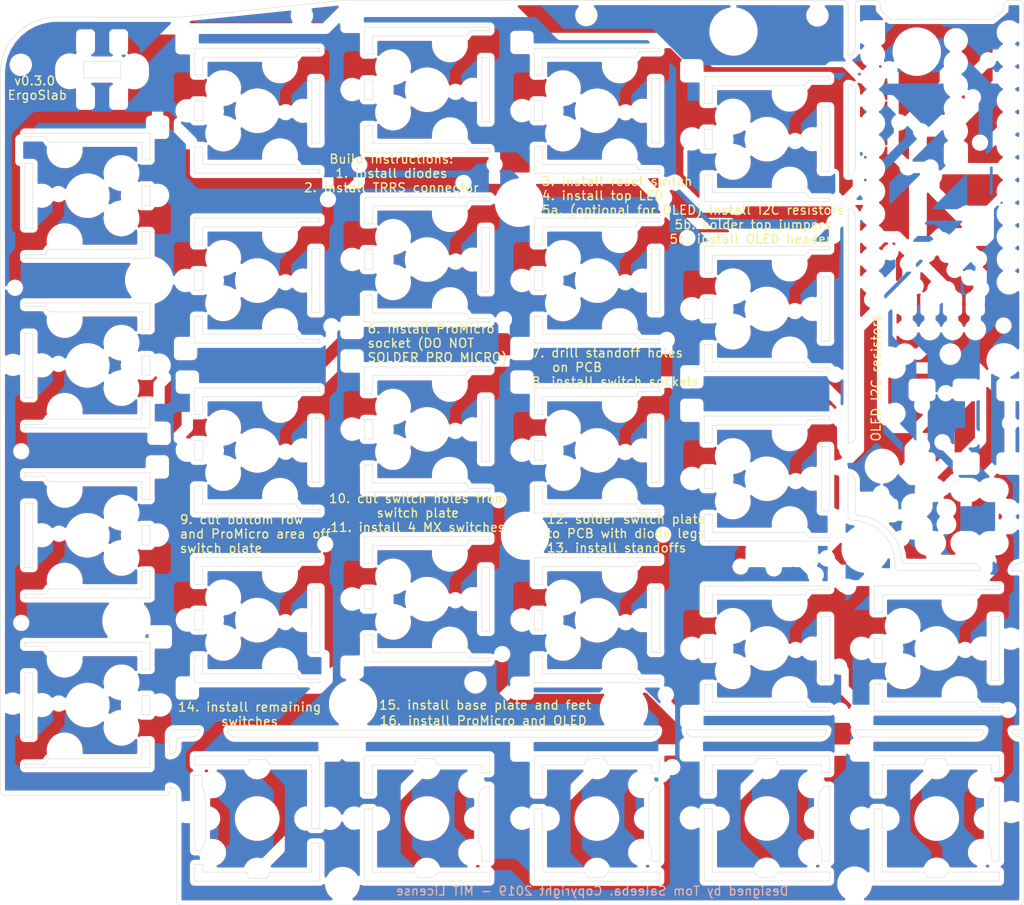
<source format=kicad_pcb>
(kicad_pcb (version 20171130) (host pcbnew 5.1.5)
  (title_block (title ErgoSlab) (rev 0.3.0) (company "By Tom Saleeba") (comment 1 "MIT License"))
  (layers (0 F.Cu signal) (31 B.Cu signal) (34 B.Paste user) (35 F.Paste user) (36 B.SilkS user) (37 F.SilkS user) (38 B.Mask user) (39 F.Mask user) (44 Edge.Cuts user))
  (net 0 "")
  (gr_line (start 100.295 142.45) (end 99.995 141.75) (layer Edge.Cuts) (width 0.05))
  (gr_line (start 107.295 136.85) (end 107.295 129.75) (layer Edge.Cuts) (width 0.05))
  (gr_line (start 108.19 136.85) (end 107.295 136.85) (layer Edge.Cuts) (width 0.05))
  (gr_line (start 99.995 129.75) (end 94.19 129.75) (layer Edge.Cuts) (width 0.05))
  (gr_line (start 100.395 129.15) (end 99.995 129.75) (layer Edge.Cuts) (width 0.05))
  (gr_line (start 94.19 140.88) (end 94.19 142.75) (layer Edge.Cuts) (width 0.05))
  (gr_line (start 94.19 140.88) (end 95.095 140.88) (layer Edge.Cuts) (width 0.05))
  (gr_line (start 102.595 141.75) (end 102.295 142.45) (layer Edge.Cuts) (width 0.05))
  (gr_line (start 95.395 133) (end 95.395 138.5) (layer Edge.Cuts) (width 0.05))
  (gr_line (start 95.095 141.75) (end 99.995 141.75) (layer Edge.Cuts) (width 0.05))
  (gr_line (start 94.19 142.75) (end 108.19 142.75) (layer Edge.Cuts) (width 0.05))
  (gr_line (start 108.19 136.85) (end 108.19 128.75) (layer Edge.Cuts) (width 0.05))
  (gr_line (start 102.595 129.75) (end 102.195 129.15) (layer Edge.Cuts) (width 0.05))
  (gr_line (start 94.19 128.75) (end 108.19 128.75) (layer Edge.Cuts) (width 0.05))
  (gr_line (start 95.055 130.95) (end 94.19 130.95) (layer Edge.Cuts) (width 0.05))
  (gr_line (start 107.295 141.75) (end 107.295 138.5) (layer Edge.Cuts) (width 0.05))
  (gr_line (start 102.295 142.45) (end 100.295 142.45) (layer Edge.Cuts) (width 0.05))
  (gr_line (start 95.055 130.95) (end 95.055 132.15) (layer Edge.Cuts) (width 0.05))
  (gr_line (start 94.19 128.75) (end 94.19 129.75) (layer Edge.Cuts) (width 0.05))
  (gr_line (start 94.19 139.35) (end 94.19 130.95) (layer Edge.Cuts) (width 0.05))
  (gr_line (start 94.805 139.35) (end 94.19 139.35) (layer Edge.Cuts) (width 0.05))
  (gr_line (start 102.595 141.75) (end 107.295 141.75) (layer Edge.Cuts) (width 0.05))
  (gr_line (start 108.19 138.5) (end 107.295 138.5) (layer Edge.Cuts) (width 0.05))
  (gr_line (start 95.095 141.75) (end 95.095 140.88) (layer Edge.Cuts) (width 0.05))
  (gr_line (start 95.055 132.15) (end 95.395 133) (layer Edge.Cuts) (width 0.05))
  (gr_line (start 108.19 138.5) (end 108.19 142.75) (layer Edge.Cuts) (width 0.05))
  (gr_line (start 107.295 129.75) (end 102.595 129.75) (layer Edge.Cuts) (width 0.05))
  (gr_line (start 94.805 139.35) (end 95.395 138.5) (layer Edge.Cuts) (width 0.05))
  (gr_line (start 102.195 129.15) (end 100.395 129.15) (layer Edge.Cuts) (width 0.05))
  (gr_line (start 127.19 142.75) (end 127.19 141.75) (layer Edge.Cuts) (width 0.05))
  (gr_line (start 127.19 142.75) (end 113.19 142.75) (layer Edge.Cuts) (width 0.05))
  (gr_line (start 126.325 140.55) (end 126.325 139.35) (layer Edge.Cuts) (width 0.05))
  (gr_line (start 126.575 132.15) (end 125.985 133) (layer Edge.Cuts) (width 0.05))
  (gr_line (start 113.19 134.65) (end 114.085 134.65) (layer Edge.Cuts) (width 0.05))
  (gr_line (start 114.085 129.75) (end 114.085 133) (layer Edge.Cuts) (width 0.05))
  (gr_line (start 126.285 129.75) (end 126.285 130.62) (layer Edge.Cuts) (width 0.05))
  (gr_line (start 114.085 134.65) (end 114.085 141.75) (layer Edge.Cuts) (width 0.05))
  (gr_line (start 119.185 142.35) (end 120.985 142.35) (layer Edge.Cuts) (width 0.05))
  (gr_line (start 126.325 140.55) (end 127.19 140.55) (layer Edge.Cuts) (width 0.05))
  (gr_line (start 126.325 139.35) (end 125.985 138.5) (layer Edge.Cuts) (width 0.05))
  (gr_line (start 127.19 132.15) (end 127.19 140.55) (layer Edge.Cuts) (width 0.05))
  (gr_line (start 126.285 129.75) (end 121.385 129.75) (layer Edge.Cuts) (width 0.05))
  (gr_line (start 125.985 138.5) (end 125.985 133) (layer Edge.Cuts) (width 0.05))
  (gr_line (start 118.785 141.75) (end 119.185 142.35) (layer Edge.Cuts) (width 0.05))
  (gr_line (start 120.985 142.35) (end 121.385 141.75) (layer Edge.Cuts) (width 0.05))
  (gr_line (start 113.19 134.65) (end 113.19 142.75) (layer Edge.Cuts) (width 0.05))
  (gr_line (start 127.19 128.75) (end 113.19 128.75) (layer Edge.Cuts) (width 0.05))
  (gr_line (start 126.575 132.15) (end 127.19 132.15) (layer Edge.Cuts) (width 0.05))
  (gr_line (start 118.785 129.75) (end 119.085 129.05) (layer Edge.Cuts) (width 0.05))
  (gr_line (start 113.19 133) (end 113.19 128.75) (layer Edge.Cuts) (width 0.05))
  (gr_line (start 118.785 129.75) (end 114.085 129.75) (layer Edge.Cuts) (width 0.05))
  (gr_line (start 119.085 129.05) (end 121.085 129.05) (layer Edge.Cuts) (width 0.05))
  (gr_line (start 113.19 133) (end 114.085 133) (layer Edge.Cuts) (width 0.05))
  (gr_line (start 127.19 130.62) (end 127.19 128.75) (layer Edge.Cuts) (width 0.05))
  (gr_line (start 121.385 141.75) (end 127.19 141.75) (layer Edge.Cuts) (width 0.05))
  (gr_line (start 121.085 129.05) (end 121.385 129.75) (layer Edge.Cuts) (width 0.05))
  (gr_line (start 114.085 141.75) (end 118.785 141.75) (layer Edge.Cuts) (width 0.05))
  (gr_line (start 127.19 130.62) (end 126.285 130.62) (layer Edge.Cuts) (width 0.05))
  (gr_line (start 133.085 141.75) (end 137.785 141.75) (layer Edge.Cuts) (width 0.05))
  (gr_line (start 137.785 129.75) (end 133.085 129.75) (layer Edge.Cuts) (width 0.05))
  (gr_line (start 132.19 134.65) (end 132.19 142.75) (layer Edge.Cuts) (width 0.05))
  (gr_line (start 133.085 129.75) (end 133.085 133) (layer Edge.Cuts) (width 0.05))
  (gr_line (start 138.185 142.35) (end 139.985 142.35) (layer Edge.Cuts) (width 0.05))
  (gr_line (start 145.325 140.55) (end 146.19 140.55) (layer Edge.Cuts) (width 0.05))
  (gr_line (start 137.785 141.75) (end 138.185 142.35) (layer Edge.Cuts) (width 0.05))
  (gr_line (start 145.325 140.55) (end 145.325 139.35) (layer Edge.Cuts) (width 0.05))
  (gr_line (start 139.985 142.35) (end 140.385 141.75) (layer Edge.Cuts) (width 0.05))
  (gr_line (start 140.385 141.75) (end 146.19 141.75) (layer Edge.Cuts) (width 0.05))
  (gr_line (start 144.985 138.5) (end 144.985 133) (layer Edge.Cuts) (width 0.05))
  (gr_line (start 132.19 133) (end 132.19 128.75) (layer Edge.Cuts) (width 0.05))
  (gr_line (start 146.19 128.75) (end 132.19 128.75) (layer Edge.Cuts) (width 0.05))
  (gr_line (start 146.19 142.75) (end 132.19 142.75) (layer Edge.Cuts) (width 0.05))
  (gr_line (start 140.085 129.05) (end 140.385 129.75) (layer Edge.Cuts) (width 0.05))
  (gr_line (start 145.285 129.75) (end 145.285 130.62) (layer Edge.Cuts) (width 0.05))
  (gr_line (start 145.575 132.15) (end 146.19 132.15) (layer Edge.Cuts) (width 0.05))
  (gr_line (start 145.575 132.15) (end 144.985 133) (layer Edge.Cuts) (width 0.05))
  (gr_line (start 138.085 129.05) (end 140.085 129.05) (layer Edge.Cuts) (width 0.05))
  (gr_line (start 133.085 134.65) (end 133.085 141.75) (layer Edge.Cuts) (width 0.05))
  (gr_line (start 146.19 132.15) (end 146.19 140.55) (layer Edge.Cuts) (width 0.05))
  (gr_line (start 132.19 134.65) (end 133.085 134.65) (layer Edge.Cuts) (width 0.05))
  (gr_line (start 145.325 139.35) (end 144.985 138.5) (layer Edge.Cuts) (width 0.05))
  (gr_line (start 146.19 130.62) (end 145.285 130.62) (layer Edge.Cuts) (width 0.05))
  (gr_line (start 146.19 130.62) (end 146.19 128.75) (layer Edge.Cuts) (width 0.05))
  (gr_line (start 132.19 133) (end 133.085 133) (layer Edge.Cuts) (width 0.05))
  (gr_line (start 137.785 129.75) (end 138.085 129.05) (layer Edge.Cuts) (width 0.05))
  (gr_line (start 146.19 142.75) (end 146.19 141.75) (layer Edge.Cuts) (width 0.05))
  (gr_line (start 145.285 129.75) (end 140.385 129.75) (layer Edge.Cuts) (width 0.05))
  (gr_line (start 175.795 129.74) (end 176.095 129.04) (layer Edge.Cuts) (width 0.05))
  (gr_line (start 176.095 129.04) (end 178.095 129.04) (layer Edge.Cuts) (width 0.05))
  (gr_line (start 170.2 132.99) (end 171.095 132.99) (layer Edge.Cuts) (width 0.05))
  (gr_line (start 171.095 141.74) (end 175.795 141.74) (layer Edge.Cuts) (width 0.05))
  (gr_line (start 177.995 142.34) (end 178.395 141.74) (layer Edge.Cuts) (width 0.05))
  (gr_line (start 170.2 134.64) (end 170.2 142.74) (layer Edge.Cuts) (width 0.05))
  (gr_line (start 184.2 128.74) (end 170.2 128.74) (layer Edge.Cuts) (width 0.05))
  (gr_line (start 171.095 134.64) (end 171.095 141.74) (layer Edge.Cuts) (width 0.05))
  (gr_line (start 184.2 142.74) (end 184.2 141.74) (layer Edge.Cuts) (width 0.05))
  (gr_line (start 184.2 130.61) (end 184.2 128.74) (layer Edge.Cuts) (width 0.05))
  (gr_line (start 170.2 132.99) (end 170.2 128.74) (layer Edge.Cuts) (width 0.05))
  (gr_line (start 184.2 130.61) (end 183.295 130.61) (layer Edge.Cuts) (width 0.05))
  (gr_line (start 183.295 129.74) (end 183.295 130.61) (layer Edge.Cuts) (width 0.05))
  (gr_line (start 183.335 139.34) (end 182.995 138.49) (layer Edge.Cuts) (width 0.05))
  (gr_line (start 175.795 141.74) (end 176.195 142.34) (layer Edge.Cuts) (width 0.05))
  (gr_line (start 182.995 138.49) (end 182.995 132.99) (layer Edge.Cuts) (width 0.05))
  (gr_line (start 183.585 132.14) (end 184.2 132.14) (layer Edge.Cuts) (width 0.05))
  (gr_line (start 176.195 142.34) (end 177.995 142.34) (layer Edge.Cuts) (width 0.05))
  (gr_line (start 184.2 142.74) (end 170.2 142.74) (layer Edge.Cuts) (width 0.05))
  (gr_line (start 170.2 134.64) (end 171.095 134.64) (layer Edge.Cuts) (width 0.05))
  (gr_line (start 183.295 129.74) (end 178.395 129.74) (layer Edge.Cuts) (width 0.05))
  (gr_line (start 183.585 132.14) (end 182.995 132.99) (layer Edge.Cuts) (width 0.05))
  (gr_line (start 171.095 129.74) (end 171.095 132.99) (layer Edge.Cuts) (width 0.05))
  (gr_line (start 184.2 132.14) (end 184.2 140.54) (layer Edge.Cuts) (width 0.05))
  (gr_line (start 183.335 140.54) (end 184.2 140.54) (layer Edge.Cuts) (width 0.05))
  (gr_line (start 183.335 140.54) (end 183.335 139.34) (layer Edge.Cuts) (width 0.05))
  (gr_line (start 178.395 141.74) (end 184.2 141.74) (layer Edge.Cuts) (width 0.05))
  (gr_line (start 175.795 129.74) (end 171.095 129.74) (layer Edge.Cuts) (width 0.05))
  (gr_line (start 178.095 129.04) (end 178.395 129.74) (layer Edge.Cuts) (width 0.05))
  (gr_line (start 88.3 121.955) (end 89.2 121.955) (layer Edge.Cuts) (width 0.05))
  (gr_line (start 77.5 129.655) (end 77.9 129.055) (layer Edge.Cuts) (width 0.05))
  (gr_line (start 76.1 126.655) (end 75.2 126.655) (layer Edge.Cuts) (width 0.05))
  (gr_line (start 89.2 119.055) (end 88.3 119.055) (layer Edge.Cuts) (width 0.05))
  (gr_line (start 77.5 129.655) (end 75.2 129.655) (layer Edge.Cuts) (width 0.05))
  (gr_line (start 88.3 124.155) (end 88.3 121.955) (layer Edge.Cuts) (width 0.05))
  (gr_line (start 75.2 116.06) (end 75.2 116.455) (layer Edge.Cuts) (width 0.05))
  (gr_line (start 75.2 116.06) (end 89.2 116.06) (layer Edge.Cuts) (width 0.05))
  (gr_line (start 89.2 124.155) (end 88.3 124.155) (layer Edge.Cuts) (width 0.05))
  (gr_line (start 89.2 127.055) (end 88.3 127.055) (layer Edge.Cuts) (width 0.05))
  (gr_line (start 89.2 121.955) (end 89.2 124.155) (layer Edge.Cuts) (width 0.05))
  (gr_line (start 76.1 119.455) (end 76.1 126.655) (layer Edge.Cuts) (width 0.05))
  (gr_line (start 88.3 117.055) (end 88.3 119.055) (layer Edge.Cuts) (width 0.05))
  (gr_line (start 75.2 130.05) (end 89.2 130.05) (layer Edge.Cuts) (width 0.05))
  (gr_line (start 75.2 116.455) (end 77.5 116.455) (layer Edge.Cuts) (width 0.05))
  (gr_line (start 76.1 119.455) (end 75.2 119.455) (layer Edge.Cuts) (width 0.05))
  (gr_line (start 89.2 127.055) (end 89.2 130.05) (layer Edge.Cuts) (width 0.05))
  (gr_line (start 89.2 119.055) (end 89.2 116.06) (layer Edge.Cuts) (width 0.05))
  (gr_line (start 75.2 126.655) (end 75.2 119.455) (layer Edge.Cuts) (width 0.05))
  (gr_line (start 75.2 130.05) (end 75.2 129.655) (layer Edge.Cuts) (width 0.05))
  (gr_line (start 77.5 116.455) (end 77.9 117.055) (layer Edge.Cuts) (width 0.05))
  (gr_line (start 88.3 117.055) (end 77.9 117.055) (layer Edge.Cuts) (width 0.05))
  (gr_line (start 77.9 129.055) (end 88.3 129.055) (layer Edge.Cuts) (width 0.05))
  (gr_line (start 88.3 129.055) (end 88.3 127.055) (layer Edge.Cuts) (width 0.05))
  (gr_line (start 77.5 110.655) (end 75.2 110.655) (layer Edge.Cuts) (width 0.05))
  (gr_line (start 75.2 97.06) (end 89.2 97.06) (layer Edge.Cuts) (width 0.05))
  (gr_line (start 77.5 97.455) (end 77.9 98.055) (layer Edge.Cuts) (width 0.05))
  (gr_line (start 88.3 98.055) (end 88.3 100.055) (layer Edge.Cuts) (width 0.05))
  (gr_line (start 89.2 100.055) (end 88.3 100.055) (layer Edge.Cuts) (width 0.05))
  (gr_line (start 75.2 97.455) (end 77.5 97.455) (layer Edge.Cuts) (width 0.05))
  (gr_line (start 88.3 105.155) (end 88.3 102.955) (layer Edge.Cuts) (width 0.05))
  (gr_line (start 75.2 97.06) (end 75.2 97.455) (layer Edge.Cuts) (width 0.05))
  (gr_line (start 89.2 108.055) (end 89.2 111.05) (layer Edge.Cuts) (width 0.05))
  (gr_line (start 89.2 102.955) (end 89.2 105.155) (layer Edge.Cuts) (width 0.05))
  (gr_line (start 88.3 102.955) (end 89.2 102.955) (layer Edge.Cuts) (width 0.05))
  (gr_line (start 76.1 100.455) (end 75.2 100.455) (layer Edge.Cuts) (width 0.05))
  (gr_line (start 88.3 110.055) (end 88.3 108.055) (layer Edge.Cuts) (width 0.05))
  (gr_line (start 75.2 111.05) (end 89.2 111.05) (layer Edge.Cuts) (width 0.05))
  (gr_line (start 75.2 111.05) (end 75.2 110.655) (layer Edge.Cuts) (width 0.05))
  (gr_line (start 76.1 107.655) (end 75.2 107.655) (layer Edge.Cuts) (width 0.05))
  (gr_line (start 75.2 107.655) (end 75.2 100.455) (layer Edge.Cuts) (width 0.05))
  (gr_line (start 88.3 98.055) (end 77.9 98.055) (layer Edge.Cuts) (width 0.05))
  (gr_line (start 89.2 105.155) (end 88.3 105.155) (layer Edge.Cuts) (width 0.05))
  (gr_line (start 77.5 110.655) (end 77.9 110.055) (layer Edge.Cuts) (width 0.05))
  (gr_line (start 77.9 110.055) (end 88.3 110.055) (layer Edge.Cuts) (width 0.05))
  (gr_line (start 76.1 100.455) (end 76.1 107.655) (layer Edge.Cuts) (width 0.05))
  (gr_line (start 89.2 108.055) (end 88.3 108.055) (layer Edge.Cuts) (width 0.05))
  (gr_line (start 89.2 100.055) (end 89.2 97.06) (layer Edge.Cuts) (width 0.05))
  (gr_line (start 75.2 78.445) (end 77.5 78.445) (layer Edge.Cuts) (width 0.05))
  (gr_line (start 77.5 91.645) (end 75.2 91.645) (layer Edge.Cuts) (width 0.05))
  (gr_line (start 89.2 81.045) (end 88.3 81.045) (layer Edge.Cuts) (width 0.05))
  (gr_line (start 77.5 78.445) (end 77.9 79.045) (layer Edge.Cuts) (width 0.05))
  (gr_line (start 88.3 86.145) (end 88.3 83.945) (layer Edge.Cuts) (width 0.05))
  (gr_line (start 88.3 79.045) (end 88.3 81.045) (layer Edge.Cuts) (width 0.05))
  (gr_line (start 76.1 81.445) (end 75.2 81.445) (layer Edge.Cuts) (width 0.05))
  (gr_line (start 75.2 78.05) (end 75.2 78.445) (layer Edge.Cuts) (width 0.05))
  (gr_line (start 89.2 89.045) (end 89.2 92.04) (layer Edge.Cuts) (width 0.05))
  (gr_line (start 75.2 88.645) (end 75.2 81.445) (layer Edge.Cuts) (width 0.05))
  (gr_line (start 77.5 91.645) (end 77.9 91.045) (layer Edge.Cuts) (width 0.05))
  (gr_line (start 76.1 88.645) (end 75.2 88.645) (layer Edge.Cuts) (width 0.05))
  (gr_line (start 89.2 86.145) (end 88.3 86.145) (layer Edge.Cuts) (width 0.05))
  (gr_line (start 88.3 79.045) (end 77.9 79.045) (layer Edge.Cuts) (width 0.05))
  (gr_line (start 76.1 81.445) (end 76.1 88.645) (layer Edge.Cuts) (width 0.05))
  (gr_line (start 77.9 91.045) (end 88.3 91.045) (layer Edge.Cuts) (width 0.05))
  (gr_line (start 88.3 91.045) (end 88.3 89.045) (layer Edge.Cuts) (width 0.05))
  (gr_line (start 88.3 83.945) (end 89.2 83.945) (layer Edge.Cuts) (width 0.05))
  (gr_line (start 75.2 92.04) (end 75.2 91.645) (layer Edge.Cuts) (width 0.05))
  (gr_line (start 75.2 92.04) (end 89.2 92.04) (layer Edge.Cuts) (width 0.05))
  (gr_line (start 89.2 89.045) (end 88.3 89.045) (layer Edge.Cuts) (width 0.05))
  (gr_line (start 89.2 81.045) (end 89.2 78.05) (layer Edge.Cuts) (width 0.05))
  (gr_line (start 75.2 78.05) (end 89.2 78.05) (layer Edge.Cuts) (width 0.05))
  (gr_line (start 89.2 83.945) (end 89.2 86.145) (layer Edge.Cuts) (width 0.05))
  (gr_line (start 89.2 67.155) (end 88.3 67.155) (layer Edge.Cuts) (width 0.05))
  (gr_line (start 88.3 67.155) (end 88.3 64.955) (layer Edge.Cuts) (width 0.05))
  (gr_line (start 75.2 73.05) (end 75.2 72.655) (layer Edge.Cuts) (width 0.05))
  (gr_line (start 75.2 59.06) (end 89.2 59.06) (layer Edge.Cuts) (width 0.05))
  (gr_line (start 77.5 72.655) (end 77.9 72.055) (layer Edge.Cuts) (width 0.05))
  (gr_line (start 77.9 72.055) (end 88.3 72.055) (layer Edge.Cuts) (width 0.05))
  (gr_line (start 75.2 59.455) (end 77.5 59.455) (layer Edge.Cuts) (width 0.05))
  (gr_line (start 75.2 59.06) (end 75.2 59.455) (layer Edge.Cuts) (width 0.05))
  (gr_line (start 75.2 73.05) (end 89.2 73.05) (layer Edge.Cuts) (width 0.05))
  (gr_line (start 89.2 62.055) (end 89.2 59.06) (layer Edge.Cuts) (width 0.05))
  (gr_line (start 77.5 59.455) (end 77.9 60.055) (layer Edge.Cuts) (width 0.05))
  (gr_line (start 77.5 72.655) (end 75.2 72.655) (layer Edge.Cuts) (width 0.05))
  (gr_line (start 76.1 69.655) (end 75.2 69.655) (layer Edge.Cuts) (width 0.05))
  (gr_line (start 89.2 64.955) (end 89.2 67.155) (layer Edge.Cuts) (width 0.05))
  (gr_line (start 76.1 62.455) (end 75.2 62.455) (layer Edge.Cuts) (width 0.05))
  (gr_line (start 89.2 70.055) (end 88.3 70.055) (layer Edge.Cuts) (width 0.05))
  (gr_line (start 88.3 72.055) (end 88.3 70.055) (layer Edge.Cuts) (width 0.05))
  (gr_line (start 76.1 62.455) (end 76.1 69.655) (layer Edge.Cuts) (width 0.05))
  (gr_line (start 75.2 69.655) (end 75.2 62.455) (layer Edge.Cuts) (width 0.05))
  (gr_line (start 88.3 60.055) (end 88.3 62.055) (layer Edge.Cuts) (width 0.05))
  (gr_line (start 89.2 70.055) (end 89.2 73.05) (layer Edge.Cuts) (width 0.05))
  (gr_line (start 88.3 60.055) (end 77.9 60.055) (layer Edge.Cuts) (width 0.05))
  (gr_line (start 88.3 64.955) (end 89.2 64.955) (layer Edge.Cuts) (width 0.05))
  (gr_line (start 89.2 62.055) (end 88.3 62.055) (layer Edge.Cuts) (width 0.05))
  (gr_line (start 105.9 63.145) (end 105.5 62.545) (layer Edge.Cuts) (width 0.05))
  (gr_line (start 94.2 52.545) (end 94.2 49.55) (layer Edge.Cuts) (width 0.05))
  (gr_line (start 107.3 60.145) (end 107.3 52.945) (layer Edge.Cuts) (width 0.05))
  (gr_line (start 95.1 57.645) (end 94.2 57.645) (layer Edge.Cuts) (width 0.05))
  (gr_line (start 108.2 52.945) (end 108.2 60.145) (layer Edge.Cuts) (width 0.05))
  (gr_line (start 94.2 52.545) (end 95.1 52.545) (layer Edge.Cuts) (width 0.05))
  (gr_line (start 108.2 49.55) (end 108.2 49.945) (layer Edge.Cuts) (width 0.05))
  (gr_line (start 105.5 50.545) (end 95.1 50.545) (layer Edge.Cuts) (width 0.05))
  (gr_line (start 108.2 49.55) (end 94.2 49.55) (layer Edge.Cuts) (width 0.05))
  (gr_line (start 105.9 49.945) (end 108.2 49.945) (layer Edge.Cuts) (width 0.05))
  (gr_line (start 94.2 60.545) (end 95.1 60.545) (layer Edge.Cuts) (width 0.05))
  (gr_line (start 95.1 62.545) (end 105.5 62.545) (layer Edge.Cuts) (width 0.05))
  (gr_line (start 95.1 62.545) (end 95.1 60.545) (layer Edge.Cuts) (width 0.05))
  (gr_line (start 94.2 57.645) (end 94.2 55.445) (layer Edge.Cuts) (width 0.05))
  (gr_line (start 95.1 50.545) (end 95.1 52.545) (layer Edge.Cuts) (width 0.05))
  (gr_line (start 94.2 55.445) (end 95.1 55.445) (layer Edge.Cuts) (width 0.05))
  (gr_line (start 108.2 63.145) (end 105.9 63.145) (layer Edge.Cuts) (width 0.05))
  (gr_line (start 95.1 55.445) (end 95.1 57.645) (layer Edge.Cuts) (width 0.05))
  (gr_line (start 108.2 63.54) (end 94.2 63.54) (layer Edge.Cuts) (width 0.05))
  (gr_line (start 105.9 49.945) (end 105.5 50.545) (layer Edge.Cuts) (width 0.05))
  (gr_line (start 107.3 52.945) (end 108.2 52.945) (layer Edge.Cuts) (width 0.05))
  (gr_line (start 108.2 63.54) (end 108.2 63.145) (layer Edge.Cuts) (width 0.05))
  (gr_line (start 94.2 60.545) (end 94.2 63.54) (layer Edge.Cuts) (width 0.05))
  (gr_line (start 107.3 60.145) (end 108.2 60.145) (layer Edge.Cuts) (width 0.05))
  (gr_line (start 105.9 82.145) (end 105.5 81.545) (layer Edge.Cuts) (width 0.05))
  (gr_line (start 94.2 74.445) (end 95.1 74.445) (layer Edge.Cuts) (width 0.05))
  (gr_line (start 108.2 71.945) (end 108.2 79.145) (layer Edge.Cuts) (width 0.05))
  (gr_line (start 94.2 71.545) (end 95.1 71.545) (layer Edge.Cuts) (width 0.05))
  (gr_line (start 108.2 82.145) (end 105.9 82.145) (layer Edge.Cuts) (width 0.05))
  (gr_line (start 107.3 79.145) (end 107.3 71.945) (layer Edge.Cuts) (width 0.05))
  (gr_line (start 95.1 81.545) (end 95.1 79.545) (layer Edge.Cuts) (width 0.05))
  (gr_line (start 94.2 79.545) (end 95.1 79.545) (layer Edge.Cuts) (width 0.05))
  (gr_line (start 94.2 71.545) (end 94.2 68.55) (layer Edge.Cuts) (width 0.05))
  (gr_line (start 108.2 68.55) (end 108.2 68.945) (layer Edge.Cuts) (width 0.05))
  (gr_line (start 94.2 79.545) (end 94.2 82.54) (layer Edge.Cuts) (width 0.05))
  (gr_line (start 95.1 69.545) (end 95.1 71.545) (layer Edge.Cuts) (width 0.05))
  (gr_line (start 105.9 68.945) (end 108.2 68.945) (layer Edge.Cuts) (width 0.05))
  (gr_line (start 108.2 82.54) (end 108.2 82.145) (layer Edge.Cuts) (width 0.05))
  (gr_line (start 94.2 76.645) (end 94.2 74.445) (layer Edge.Cuts) (width 0.05))
  (gr_line (start 108.2 68.55) (end 94.2 68.55) (layer Edge.Cuts) (width 0.05))
  (gr_line (start 107.3 71.945) (end 108.2 71.945) (layer Edge.Cuts) (width 0.05))
  (gr_line (start 107.3 79.145) (end 108.2 79.145) (layer Edge.Cuts) (width 0.05))
  (gr_line (start 105.5 69.545) (end 95.1 69.545) (layer Edge.Cuts) (width 0.05))
  (gr_line (start 108.2 82.54) (end 94.2 82.54) (layer Edge.Cuts) (width 0.05))
  (gr_line (start 95.1 81.545) (end 105.5 81.545) (layer Edge.Cuts) (width 0.05))
  (gr_line (start 95.1 76.645) (end 94.2 76.645) (layer Edge.Cuts) (width 0.05))
  (gr_line (start 95.1 74.445) (end 95.1 76.645) (layer Edge.Cuts) (width 0.05))
  (gr_line (start 105.9 68.945) (end 105.5 69.545) (layer Edge.Cuts) (width 0.05))
  (gr_line (start 127.2 69.595) (end 127.2 76.795) (layer Edge.Cuts) (width 0.05))
  (gr_line (start 124.9 66.595) (end 127.2 66.595) (layer Edge.Cuts) (width 0.05))
  (gr_line (start 114.1 72.095) (end 114.1 74.295) (layer Edge.Cuts) (width 0.05))
  (gr_line (start 113.2 69.195) (end 114.1 69.195) (layer Edge.Cuts) (width 0.05))
  (gr_line (start 114.1 67.195) (end 114.1 69.195) (layer Edge.Cuts) (width 0.05))
  (gr_line (start 113.2 72.095) (end 114.1 72.095) (layer Edge.Cuts) (width 0.05))
  (gr_line (start 126.3 76.795) (end 127.2 76.795) (layer Edge.Cuts) (width 0.05))
  (gr_line (start 113.2 77.195) (end 113.2 80.19) (layer Edge.Cuts) (width 0.05))
  (gr_line (start 114.1 79.195) (end 114.1 77.195) (layer Edge.Cuts) (width 0.05))
  (gr_line (start 127.2 79.795) (end 124.9 79.795) (layer Edge.Cuts) (width 0.05))
  (gr_line (start 126.3 69.595) (end 127.2 69.595) (layer Edge.Cuts) (width 0.05))
  (gr_line (start 127.2 66.2) (end 113.2 66.2) (layer Edge.Cuts) (width 0.05))
  (gr_line (start 127.2 80.19) (end 127.2 79.795) (layer Edge.Cuts) (width 0.05))
  (gr_line (start 127.2 66.2) (end 127.2 66.595) (layer Edge.Cuts) (width 0.05))
  (gr_line (start 124.9 66.595) (end 124.5 67.195) (layer Edge.Cuts) (width 0.05))
  (gr_line (start 114.1 79.195) (end 124.5 79.195) (layer Edge.Cuts) (width 0.05))
  (gr_line (start 113.2 69.195) (end 113.2 66.2) (layer Edge.Cuts) (width 0.05))
  (gr_line (start 113.2 77.195) (end 114.1 77.195) (layer Edge.Cuts) (width 0.05))
  (gr_line (start 124.5 67.195) (end 114.1 67.195) (layer Edge.Cuts) (width 0.05))
  (gr_line (start 114.1 74.295) (end 113.2 74.295) (layer Edge.Cuts) (width 0.05))
  (gr_line (start 126.3 76.795) (end 126.3 69.595) (layer Edge.Cuts) (width 0.05))
  (gr_line (start 124.9 79.795) (end 124.5 79.195) (layer Edge.Cuts) (width 0.05))
  (gr_line (start 113.2 74.295) (end 113.2 72.095) (layer Edge.Cuts) (width 0.05))
  (gr_line (start 127.2 80.19) (end 113.2 80.19) (layer Edge.Cuts) (width 0.05))
  (gr_line (start 146.2 82.54) (end 132.2 82.54) (layer Edge.Cuts) (width 0.05))
  (gr_line (start 146.2 68.55) (end 132.2 68.55) (layer Edge.Cuts) (width 0.05))
  (gr_line (start 145.3 79.145) (end 146.2 79.145) (layer Edge.Cuts) (width 0.05))
  (gr_line (start 145.3 71.945) (end 146.2 71.945) (layer Edge.Cuts) (width 0.05))
  (gr_line (start 133.1 76.645) (end 132.2 76.645) (layer Edge.Cuts) (width 0.05))
  (gr_line (start 133.1 81.545) (end 133.1 79.545) (layer Edge.Cuts) (width 0.05))
  (gr_line (start 132.2 79.545) (end 132.2 82.54) (layer Edge.Cuts) (width 0.05))
  (gr_line (start 146.2 82.54) (end 146.2 82.145) (layer Edge.Cuts) (width 0.05))
  (gr_line (start 143.5 69.545) (end 133.1 69.545) (layer Edge.Cuts) (width 0.05))
  (gr_line (start 133.1 74.445) (end 133.1 76.645) (layer Edge.Cuts) (width 0.05))
  (gr_line (start 133.1 69.545) (end 133.1 71.545) (layer Edge.Cuts) (width 0.05))
  (gr_line (start 133.1 81.545) (end 143.5 81.545) (layer Edge.Cuts) (width 0.05))
  (gr_line (start 146.2 82.145) (end 143.9 82.145) (layer Edge.Cuts) (width 0.05))
  (gr_line (start 143.9 82.145) (end 143.5 81.545) (layer Edge.Cuts) (width 0.05))
  (gr_line (start 146.2 71.945) (end 146.2 79.145) (layer Edge.Cuts) (width 0.05))
  (gr_line (start 143.9 68.945) (end 143.5 69.545) (layer Edge.Cuts) (width 0.05))
  (gr_line (start 132.2 71.545) (end 132.2 68.55) (layer Edge.Cuts) (width 0.05))
  (gr_line (start 132.2 76.645) (end 132.2 74.445) (layer Edge.Cuts) (width 0.05))
  (gr_line (start 132.2 79.545) (end 133.1 79.545) (layer Edge.Cuts) (width 0.05))
  (gr_line (start 145.3 79.145) (end 145.3 71.945) (layer Edge.Cuts) (width 0.05))
  (gr_line (start 132.2 71.545) (end 133.1 71.545) (layer Edge.Cuts) (width 0.05))
  (gr_line (start 146.2 68.55) (end 146.2 68.945) (layer Edge.Cuts) (width 0.05))
  (gr_line (start 132.2 74.445) (end 133.1 74.445) (layer Edge.Cuts) (width 0.05))
  (gr_line (start 143.9 68.945) (end 146.2 68.945) (layer Edge.Cuts) (width 0.05))
  (gr_line (start 127.2 60.795) (end 124.9 60.795) (layer Edge.Cuts) (width 0.05))
  (gr_line (start 113.2 53.095) (end 114.1 53.095) (layer Edge.Cuts) (width 0.05))
  (gr_line (start 126.3 57.795) (end 126.3 50.595) (layer Edge.Cuts) (width 0.05))
  (gr_line (start 114.1 55.295) (end 113.2 55.295) (layer Edge.Cuts) (width 0.05))
  (gr_line (start 124.9 47.595) (end 127.2 47.595) (layer Edge.Cuts) (width 0.05))
  (gr_line (start 126.3 57.795) (end 127.2 57.795) (layer Edge.Cuts) (width 0.05))
  (gr_line (start 127.2 47.2) (end 113.2 47.2) (layer Edge.Cuts) (width 0.05))
  (gr_line (start 127.2 61.19) (end 127.2 60.795) (layer Edge.Cuts) (width 0.05))
  (gr_line (start 127.2 61.19) (end 113.2 61.19) (layer Edge.Cuts) (width 0.05))
  (gr_line (start 113.2 58.195) (end 114.1 58.195) (layer Edge.Cuts) (width 0.05))
  (gr_line (start 114.1 60.195) (end 114.1 58.195) (layer Edge.Cuts) (width 0.05))
  (gr_line (start 114.1 53.095) (end 114.1 55.295) (layer Edge.Cuts) (width 0.05))
  (gr_line (start 113.2 50.195) (end 113.2 47.2) (layer Edge.Cuts) (width 0.05))
  (gr_line (start 113.2 50.195) (end 114.1 50.195) (layer Edge.Cuts) (width 0.05))
  (gr_line (start 124.5 48.195) (end 114.1 48.195) (layer Edge.Cuts) (width 0.05))
  (gr_line (start 127.2 47.2) (end 127.2 47.595) (layer Edge.Cuts) (width 0.05))
  (gr_line (start 127.2 50.595) (end 127.2 57.795) (layer Edge.Cuts) (width 0.05))
  (gr_line (start 114.1 48.195) (end 114.1 50.195) (layer Edge.Cuts) (width 0.05))
  (gr_line (start 126.3 50.595) (end 127.2 50.595) (layer Edge.Cuts) (width 0.05))
  (gr_line (start 124.9 47.595) (end 124.5 48.195) (layer Edge.Cuts) (width 0.05))
  (gr_line (start 113.2 58.195) (end 113.2 61.19) (layer Edge.Cuts) (width 0.05))
  (gr_line (start 114.1 60.195) (end 124.5 60.195) (layer Edge.Cuts) (width 0.05))
  (gr_line (start 124.9 60.795) (end 124.5 60.195) (layer Edge.Cuts) (width 0.05))
  (gr_line (start 113.2 55.295) (end 113.2 53.095) (layer Edge.Cuts) (width 0.05))
  (gr_line (start 133.1 57.645) (end 132.2 57.645) (layer Edge.Cuts) (width 0.05))
  (gr_line (start 145.3 60.145) (end 146.2 60.145) (layer Edge.Cuts) (width 0.05))
  (gr_line (start 133.1 55.445) (end 133.1 57.645) (layer Edge.Cuts) (width 0.05))
  (gr_line (start 143.9 49.945) (end 146.2 49.945) (layer Edge.Cuts) (width 0.05))
  (gr_line (start 143.9 49.945) (end 143.5 50.545) (layer Edge.Cuts) (width 0.05))
  (gr_line (start 146.2 63.54) (end 132.2 63.54) (layer Edge.Cuts) (width 0.05))
  (gr_line (start 133.1 50.545) (end 133.1 52.545) (layer Edge.Cuts) (width 0.05))
  (gr_line (start 143.5 50.545) (end 133.1 50.545) (layer Edge.Cuts) (width 0.05))
  (gr_line (start 132.2 60.545) (end 132.2 63.54) (layer Edge.Cuts) (width 0.05))
  (gr_line (start 133.1 62.545) (end 133.1 60.545) (layer Edge.Cuts) (width 0.05))
  (gr_line (start 146.2 52.945) (end 146.2 60.145) (layer Edge.Cuts) (width 0.05))
  (gr_line (start 143.9 63.145) (end 143.5 62.545) (layer Edge.Cuts) (width 0.05))
  (gr_line (start 145.3 60.145) (end 145.3 52.945) (layer Edge.Cuts) (width 0.05))
  (gr_line (start 146.2 63.145) (end 143.9 63.145) (layer Edge.Cuts) (width 0.05))
  (gr_line (start 132.2 52.545) (end 133.1 52.545) (layer Edge.Cuts) (width 0.05))
  (gr_line (start 133.1 62.545) (end 143.5 62.545) (layer Edge.Cuts) (width 0.05))
  (gr_line (start 145.3 52.945) (end 146.2 52.945) (layer Edge.Cuts) (width 0.05))
  (gr_line (start 132.2 57.645) (end 132.2 55.445) (layer Edge.Cuts) (width 0.05))
  (gr_line (start 132.2 52.545) (end 132.2 49.55) (layer Edge.Cuts) (width 0.05))
  (gr_line (start 146.2 49.55) (end 146.2 49.945) (layer Edge.Cuts) (width 0.05))
  (gr_line (start 146.2 63.54) (end 146.2 63.145) (layer Edge.Cuts) (width 0.05))
  (gr_line (start 146.2 49.55) (end 132.2 49.55) (layer Edge.Cuts) (width 0.05))
  (gr_line (start 132.2 55.445) (end 133.1 55.445) (layer Edge.Cuts) (width 0.05))
  (gr_line (start 132.2 60.545) (end 133.1 60.545) (layer Edge.Cuts) (width 0.05))
  (gr_line (start 165.2 66.71) (end 151.2 66.71) (layer Edge.Cuts) (width 0.05))
  (gr_line (start 151.2 58.615) (end 152.1 58.615) (layer Edge.Cuts) (width 0.05))
  (gr_line (start 162.9 53.115) (end 165.2 53.115) (layer Edge.Cuts) (width 0.05))
  (gr_line (start 164.3 56.115) (end 165.2 56.115) (layer Edge.Cuts) (width 0.05))
  (gr_line (start 164.3 63.315) (end 164.3 56.115) (layer Edge.Cuts) (width 0.05))
  (gr_line (start 152.1 60.815) (end 151.2 60.815) (layer Edge.Cuts) (width 0.05))
  (gr_line (start 162.5 53.715) (end 152.1 53.715) (layer Edge.Cuts) (width 0.05))
  (gr_line (start 152.1 65.715) (end 162.5 65.715) (layer Edge.Cuts) (width 0.05))
  (gr_line (start 164.3 63.315) (end 165.2 63.315) (layer Edge.Cuts) (width 0.05))
  (gr_line (start 151.2 63.715) (end 151.2 66.71) (layer Edge.Cuts) (width 0.05))
  (gr_line (start 165.2 52.72) (end 151.2 52.72) (layer Edge.Cuts) (width 0.05))
  (gr_line (start 162.9 53.115) (end 162.5 53.715) (layer Edge.Cuts) (width 0.05))
  (gr_line (start 152.1 53.715) (end 152.1 55.715) (layer Edge.Cuts) (width 0.05))
  (gr_line (start 152.1 58.615) (end 152.1 60.815) (layer Edge.Cuts) (width 0.05))
  (gr_line (start 165.2 52.72) (end 165.2 53.115) (layer Edge.Cuts) (width 0.05))
  (gr_line (start 151.2 60.815) (end 151.2 58.615) (layer Edge.Cuts) (width 0.05))
  (gr_line (start 162.9 66.315) (end 162.5 65.715) (layer Edge.Cuts) (width 0.05))
  (gr_line (start 165.2 56.115) (end 165.2 63.315) (layer Edge.Cuts) (width 0.05))
  (gr_line (start 151.2 63.715) (end 152.1 63.715) (layer Edge.Cuts) (width 0.05))
  (gr_line (start 152.1 65.715) (end 152.1 63.715) (layer Edge.Cuts) (width 0.05))
  (gr_line (start 165.2 66.71) (end 165.2 66.315) (layer Edge.Cuts) (width 0.05))
  (gr_line (start 165.2 66.315) (end 162.9 66.315) (layer Edge.Cuts) (width 0.05))
  (gr_line (start 151.2 55.715) (end 151.2 52.72) (layer Edge.Cuts) (width 0.05))
  (gr_line (start 151.2 55.715) (end 152.1 55.715) (layer Edge.Cuts) (width 0.05))
  (gr_line (start 165.2 85.71) (end 165.2 85.315) (layer Edge.Cuts) (width 0.05))
  (gr_line (start 152.1 72.715) (end 152.1 74.715) (layer Edge.Cuts) (width 0.05))
  (gr_line (start 152.1 84.715) (end 152.1 82.715) (layer Edge.Cuts) (width 0.05))
  (gr_line (start 151.2 77.615) (end 152.1 77.615) (layer Edge.Cuts) (width 0.05))
  (gr_line (start 152.1 84.715) (end 162.5 84.715) (layer Edge.Cuts) (width 0.05))
  (gr_line (start 151.2 82.715) (end 151.2 85.71) (layer Edge.Cuts) (width 0.05))
  (gr_line (start 151.2 74.715) (end 151.2 71.72) (layer Edge.Cuts) (width 0.05))
  (gr_line (start 152.1 79.815) (end 151.2 79.815) (layer Edge.Cuts) (width 0.05))
  (gr_line (start 165.2 71.72) (end 151.2 71.72) (layer Edge.Cuts) (width 0.05))
  (gr_line (start 165.2 85.71) (end 151.2 85.71) (layer Edge.Cuts) (width 0.05))
  (gr_line (start 151.2 82.715) (end 152.1 82.715) (layer Edge.Cuts) (width 0.05))
  (gr_line (start 162.9 72.115) (end 165.2 72.115) (layer Edge.Cuts) (width 0.05))
  (gr_line (start 162.5 72.715) (end 152.1 72.715) (layer Edge.Cuts) (width 0.05))
  (gr_line (start 164.3 82.315) (end 165.2 82.315) (layer Edge.Cuts) (width 0.05))
  (gr_line (start 164.3 82.315) (end 164.3 75.115) (layer Edge.Cuts) (width 0.05))
  (gr_line (start 151.2 79.815) (end 151.2 77.615) (layer Edge.Cuts) (width 0.05))
  (gr_line (start 165.2 85.315) (end 162.9 85.315) (layer Edge.Cuts) (width 0.05))
  (gr_line (start 165.2 75.115) (end 165.2 82.315) (layer Edge.Cuts) (width 0.05))
  (gr_line (start 152.1 77.615) (end 152.1 79.815) (layer Edge.Cuts) (width 0.05))
  (gr_line (start 164.3 75.115) (end 165.2 75.115) (layer Edge.Cuts) (width 0.05))
  (gr_line (start 162.9 85.315) (end 162.5 84.715) (layer Edge.Cuts) (width 0.05))
  (gr_line (start 151.2 74.715) (end 152.1 74.715) (layer Edge.Cuts) (width 0.05))
  (gr_line (start 162.9 72.115) (end 162.5 72.715) (layer Edge.Cuts) (width 0.05))
  (gr_line (start 165.2 71.72) (end 165.2 72.115) (layer Edge.Cuts) (width 0.05))
  (gr_line (start 152.1 98.815) (end 151.2 98.815) (layer Edge.Cuts) (width 0.05))
  (gr_line (start 164.3 94.115) (end 165.2 94.115) (layer Edge.Cuts) (width 0.05))
  (gr_line (start 162.9 104.315) (end 162.5 103.715) (layer Edge.Cuts) (width 0.05))
  (gr_line (start 162.9 91.115) (end 162.5 91.715) (layer Edge.Cuts) (width 0.05))
  (gr_line (start 165.2 104.71) (end 151.2 104.71) (layer Edge.Cuts) (width 0.05))
  (gr_line (start 165.2 94.115) (end 165.2 101.315) (layer Edge.Cuts) (width 0.05))
  (gr_line (start 151.2 96.615) (end 152.1 96.615) (layer Edge.Cuts) (width 0.05))
  (gr_line (start 165.2 90.72) (end 151.2 90.72) (layer Edge.Cuts) (width 0.05))
  (gr_line (start 152.1 91.715) (end 152.1 93.715) (layer Edge.Cuts) (width 0.05))
  (gr_line (start 164.3 101.315) (end 164.3 94.115) (layer Edge.Cuts) (width 0.05))
  (gr_line (start 151.2 98.815) (end 151.2 96.615) (layer Edge.Cuts) (width 0.05))
  (gr_line (start 162.5 91.715) (end 152.1 91.715) (layer Edge.Cuts) (width 0.05))
  (gr_line (start 151.2 101.715) (end 152.1 101.715) (layer Edge.Cuts) (width 0.05))
  (gr_line (start 152.1 103.715) (end 152.1 101.715) (layer Edge.Cuts) (width 0.05))
  (gr_line (start 162.9 91.115) (end 165.2 91.115) (layer Edge.Cuts) (width 0.05))
  (gr_line (start 152.1 103.715) (end 162.5 103.715) (layer Edge.Cuts) (width 0.05))
  (gr_line (start 152.1 96.615) (end 152.1 98.815) (layer Edge.Cuts) (width 0.05))
  (gr_line (start 151.2 93.715) (end 152.1 93.715) (layer Edge.Cuts) (width 0.05))
  (gr_line (start 151.2 101.715) (end 151.2 104.71) (layer Edge.Cuts) (width 0.05))
  (gr_line (start 165.2 104.315) (end 162.9 104.315) (layer Edge.Cuts) (width 0.05))
  (gr_line (start 165.2 90.72) (end 165.2 91.115) (layer Edge.Cuts) (width 0.05))
  (gr_line (start 165.2 104.71) (end 165.2 104.315) (layer Edge.Cuts) (width 0.05))
  (gr_line (start 164.3 101.315) (end 165.2 101.315) (layer Edge.Cuts) (width 0.05))
  (gr_line (start 151.2 93.715) (end 151.2 90.72) (layer Edge.Cuts) (width 0.05))
  (gr_line (start 146.2 87.55) (end 132.2 87.55) (layer Edge.Cuts) (width 0.05))
  (gr_line (start 133.1 93.445) (end 133.1 95.645) (layer Edge.Cuts) (width 0.05))
  (gr_line (start 146.2 90.945) (end 146.2 98.145) (layer Edge.Cuts) (width 0.05))
  (gr_line (start 143.5 88.545) (end 133.1 88.545) (layer Edge.Cuts) (width 0.05))
  (gr_line (start 146.2 87.55) (end 146.2 87.945) (layer Edge.Cuts) (width 0.05))
  (gr_line (start 145.3 98.145) (end 145.3 90.945) (layer Edge.Cuts) (width 0.05))
  (gr_line (start 132.2 98.545) (end 132.2 101.54) (layer Edge.Cuts) (width 0.05))
  (gr_line (start 132.2 95.645) (end 132.2 93.445) (layer Edge.Cuts) (width 0.05))
  (gr_line (start 133.1 100.545) (end 133.1 98.545) (layer Edge.Cuts) (width 0.05))
  (gr_line (start 133.1 88.545) (end 133.1 90.545) (layer Edge.Cuts) (width 0.05))
  (gr_line (start 146.2 101.54) (end 146.2 101.145) (layer Edge.Cuts) (width 0.05))
  (gr_line (start 132.2 93.445) (end 133.1 93.445) (layer Edge.Cuts) (width 0.05))
  (gr_line (start 143.9 87.945) (end 143.5 88.545) (layer Edge.Cuts) (width 0.05))
  (gr_line (start 133.1 100.545) (end 143.5 100.545) (layer Edge.Cuts) (width 0.05))
  (gr_line (start 146.2 101.145) (end 143.9 101.145) (layer Edge.Cuts) (width 0.05))
  (gr_line (start 145.3 90.945) (end 146.2 90.945) (layer Edge.Cuts) (width 0.05))
  (gr_line (start 132.2 90.545) (end 133.1 90.545) (layer Edge.Cuts) (width 0.05))
  (gr_line (start 145.3 98.145) (end 146.2 98.145) (layer Edge.Cuts) (width 0.05))
  (gr_line (start 143.9 87.945) (end 146.2 87.945) (layer Edge.Cuts) (width 0.05))
  (gr_line (start 143.9 101.145) (end 143.5 100.545) (layer Edge.Cuts) (width 0.05))
  (gr_line (start 132.2 90.545) (end 132.2 87.55) (layer Edge.Cuts) (width 0.05))
  (gr_line (start 146.2 101.54) (end 132.2 101.54) (layer Edge.Cuts) (width 0.05))
  (gr_line (start 133.1 95.645) (end 132.2 95.645) (layer Edge.Cuts) (width 0.05))
  (gr_line (start 132.2 98.545) (end 133.1 98.545) (layer Edge.Cuts) (width 0.05))
  (gr_line (start 114.1 98.195) (end 114.1 96.195) (layer Edge.Cuts) (width 0.05))
  (gr_line (start 126.3 88.595) (end 127.2 88.595) (layer Edge.Cuts) (width 0.05))
  (gr_line (start 127.2 98.795) (end 124.9 98.795) (layer Edge.Cuts) (width 0.05))
  (gr_line (start 124.9 85.595) (end 124.5 86.195) (layer Edge.Cuts) (width 0.05))
  (gr_line (start 114.1 98.195) (end 124.5 98.195) (layer Edge.Cuts) (width 0.05))
  (gr_line (start 113.2 93.295) (end 113.2 91.095) (layer Edge.Cuts) (width 0.05))
  (gr_line (start 113.2 96.195) (end 114.1 96.195) (layer Edge.Cuts) (width 0.05))
  (gr_line (start 114.1 93.295) (end 113.2 93.295) (layer Edge.Cuts) (width 0.05))
  (gr_line (start 113.2 88.195) (end 114.1 88.195) (layer Edge.Cuts) (width 0.05))
  (gr_line (start 127.2 85.2) (end 127.2 85.595) (layer Edge.Cuts) (width 0.05))
  (gr_line (start 127.2 99.19) (end 127.2 98.795) (layer Edge.Cuts) (width 0.05))
  (gr_line (start 124.9 85.595) (end 127.2 85.595) (layer Edge.Cuts) (width 0.05))
  (gr_line (start 113.2 88.195) (end 113.2 85.2) (layer Edge.Cuts) (width 0.05))
  (gr_line (start 124.9 98.795) (end 124.5 98.195) (layer Edge.Cuts) (width 0.05))
  (gr_line (start 127.2 85.2) (end 113.2 85.2) (layer Edge.Cuts) (width 0.05))
  (gr_line (start 114.1 86.195) (end 114.1 88.195) (layer Edge.Cuts) (width 0.05))
  (gr_line (start 127.2 99.19) (end 113.2 99.19) (layer Edge.Cuts) (width 0.05))
  (gr_line (start 114.1 91.095) (end 114.1 93.295) (layer Edge.Cuts) (width 0.05))
  (gr_line (start 113.2 91.095) (end 114.1 91.095) (layer Edge.Cuts) (width 0.05))
  (gr_line (start 126.3 95.795) (end 127.2 95.795) (layer Edge.Cuts) (width 0.05))
  (gr_line (start 124.5 86.195) (end 114.1 86.195) (layer Edge.Cuts) (width 0.05))
  (gr_line (start 127.2 88.595) (end 127.2 95.795) (layer Edge.Cuts) (width 0.05))
  (gr_line (start 113.2 96.195) (end 113.2 99.19) (layer Edge.Cuts) (width 0.05))
  (gr_line (start 126.3 95.795) (end 126.3 88.595) (layer Edge.Cuts) (width 0.05))
  (gr_line (start 94.2 98.545) (end 95.1 98.545) (layer Edge.Cuts) (width 0.05))
  (gr_line (start 108.2 87.55) (end 108.2 87.945) (layer Edge.Cuts) (width 0.05))
  (gr_line (start 94.2 98.545) (end 94.2 101.54) (layer Edge.Cuts) (width 0.05))
  (gr_line (start 107.3 98.145) (end 107.3 90.945) (layer Edge.Cuts) (width 0.05))
  (gr_line (start 105.9 87.945) (end 108.2 87.945) (layer Edge.Cuts) (width 0.05))
  (gr_line (start 108.2 101.145) (end 105.9 101.145) (layer Edge.Cuts) (width 0.05))
  (gr_line (start 95.1 93.445) (end 95.1 95.645) (layer Edge.Cuts) (width 0.05))
  (gr_line (start 107.3 90.945) (end 108.2 90.945) (layer Edge.Cuts) (width 0.05))
  (gr_line (start 105.9 87.945) (end 105.5 88.545) (layer Edge.Cuts) (width 0.05))
  (gr_line (start 108.2 101.54) (end 108.2 101.145) (layer Edge.Cuts) (width 0.05))
  (gr_line (start 95.1 100.545) (end 105.5 100.545) (layer Edge.Cuts) (width 0.05))
  (gr_line (start 94.2 95.645) (end 94.2 93.445) (layer Edge.Cuts) (width 0.05))
  (gr_line (start 108.2 101.54) (end 94.2 101.54) (layer Edge.Cuts) (width 0.05))
  (gr_line (start 108.2 90.945) (end 108.2 98.145) (layer Edge.Cuts) (width 0.05))
  (gr_line (start 108.2 87.55) (end 94.2 87.55) (layer Edge.Cuts) (width 0.05))
  (gr_line (start 94.2 90.545) (end 95.1 90.545) (layer Edge.Cuts) (width 0.05))
  (gr_line (start 94.2 90.545) (end 94.2 87.55) (layer Edge.Cuts) (width 0.05))
  (gr_line (start 107.3 98.145) (end 108.2 98.145) (layer Edge.Cuts) (width 0.05))
  (gr_line (start 95.1 88.545) (end 95.1 90.545) (layer Edge.Cuts) (width 0.05))
  (gr_line (start 94.2 93.445) (end 95.1 93.445) (layer Edge.Cuts) (width 0.05))
  (gr_line (start 105.5 88.545) (end 95.1 88.545) (layer Edge.Cuts) (width 0.05))
  (gr_line (start 95.1 95.645) (end 94.2 95.645) (layer Edge.Cuts) (width 0.05))
  (gr_line (start 105.9 101.145) (end 105.5 100.545) (layer Edge.Cuts) (width 0.05))
  (gr_line (start 95.1 100.545) (end 95.1 98.545) (layer Edge.Cuts) (width 0.05))
  (gr_line (start 95.1 112.445) (end 95.1 114.645) (layer Edge.Cuts) (width 0.05))
  (gr_line (start 108.2 106.55) (end 108.2 106.945) (layer Edge.Cuts) (width 0.05))
  (gr_line (start 94.2 109.545) (end 94.2 106.55) (layer Edge.Cuts) (width 0.05))
  (gr_line (start 95.1 114.645) (end 94.2 114.645) (layer Edge.Cuts) (width 0.05))
  (gr_line (start 105.9 120.145) (end 105.5 119.545) (layer Edge.Cuts) (width 0.05))
  (gr_line (start 107.3 109.945) (end 108.2 109.945) (layer Edge.Cuts) (width 0.05))
  (gr_line (start 108.2 106.55) (end 94.2 106.55) (layer Edge.Cuts) (width 0.05))
  (gr_line (start 94.2 109.545) (end 95.1 109.545) (layer Edge.Cuts) (width 0.05))
  (gr_line (start 105.9 106.945) (end 108.2 106.945) (layer Edge.Cuts) (width 0.05))
  (gr_line (start 108.2 109.945) (end 108.2 117.145) (layer Edge.Cuts) (width 0.05))
  (gr_line (start 94.2 117.545) (end 94.2 120.54) (layer Edge.Cuts) (width 0.05))
  (gr_line (start 107.3 117.145) (end 107.3 109.945) (layer Edge.Cuts) (width 0.05))
  (gr_line (start 108.2 120.54) (end 94.2 120.54) (layer Edge.Cuts) (width 0.05))
  (gr_line (start 94.2 117.545) (end 95.1 117.545) (layer Edge.Cuts) (width 0.05))
  (gr_line (start 107.3 117.145) (end 108.2 117.145) (layer Edge.Cuts) (width 0.05))
  (gr_line (start 95.1 119.545) (end 105.5 119.545) (layer Edge.Cuts) (width 0.05))
  (gr_line (start 94.2 114.645) (end 94.2 112.445) (layer Edge.Cuts) (width 0.05))
  (gr_line (start 94.2 112.445) (end 95.1 112.445) (layer Edge.Cuts) (width 0.05))
  (gr_line (start 95.1 119.545) (end 95.1 117.545) (layer Edge.Cuts) (width 0.05))
  (gr_line (start 108.2 120.145) (end 105.9 120.145) (layer Edge.Cuts) (width 0.05))
  (gr_line (start 105.5 107.545) (end 95.1 107.545) (layer Edge.Cuts) (width 0.05))
  (gr_line (start 105.9 106.945) (end 105.5 107.545) (layer Edge.Cuts) (width 0.05))
  (gr_line (start 108.2 120.54) (end 108.2 120.145) (layer Edge.Cuts) (width 0.05))
  (gr_line (start 95.1 107.545) (end 95.1 109.545) (layer Edge.Cuts) (width 0.05))
  (gr_line (start 113.2 110.095) (end 114.1 110.095) (layer Edge.Cuts) (width 0.05))
  (gr_line (start 126.3 107.595) (end 127.2 107.595) (layer Edge.Cuts) (width 0.05))
  (gr_line (start 126.3 114.795) (end 126.3 107.595) (layer Edge.Cuts) (width 0.05))
  (gr_line (start 114.1 117.195) (end 124.5 117.195) (layer Edge.Cuts) (width 0.05))
  (gr_line (start 127.2 104.2) (end 127.2 104.595) (layer Edge.Cuts) (width 0.05))
  (gr_line (start 126.3 114.795) (end 127.2 114.795) (layer Edge.Cuts) (width 0.05))
  (gr_line (start 124.9 117.795) (end 124.5 117.195) (layer Edge.Cuts) (width 0.05))
  (gr_line (start 127.2 104.2) (end 113.2 104.2) (layer Edge.Cuts) (width 0.05))
  (gr_line (start 113.2 107.195) (end 113.2 104.2) (layer Edge.Cuts) (width 0.05))
  (gr_line (start 124.9 104.595) (end 127.2 104.595) (layer Edge.Cuts) (width 0.05))
  (gr_line (start 124.9 104.595) (end 124.5 105.195) (layer Edge.Cuts) (width 0.05))
  (gr_line (start 114.1 117.195) (end 114.1 115.195) (layer Edge.Cuts) (width 0.05))
  (gr_line (start 127.2 118.19) (end 113.2 118.19) (layer Edge.Cuts) (width 0.05))
  (gr_line (start 113.2 115.195) (end 113.2 118.19) (layer Edge.Cuts) (width 0.05))
  (gr_line (start 114.1 105.195) (end 114.1 107.195) (layer Edge.Cuts) (width 0.05))
  (gr_line (start 127.2 117.795) (end 124.9 117.795) (layer Edge.Cuts) (width 0.05))
  (gr_line (start 124.5 105.195) (end 114.1 105.195) (layer Edge.Cuts) (width 0.05))
  (gr_line (start 127.2 107.595) (end 127.2 114.795) (layer Edge.Cuts) (width 0.05))
  (gr_line (start 113.2 115.195) (end 114.1 115.195) (layer Edge.Cuts) (width 0.05))
  (gr_line (start 127.2 118.19) (end 127.2 117.795) (layer Edge.Cuts) (width 0.05))
  (gr_line (start 113.2 112.295) (end 113.2 110.095) (layer Edge.Cuts) (width 0.05))
  (gr_line (start 113.2 107.195) (end 114.1 107.195) (layer Edge.Cuts) (width 0.05))
  (gr_line (start 114.1 110.095) (end 114.1 112.295) (layer Edge.Cuts) (width 0.05))
  (gr_line (start 114.1 112.295) (end 113.2 112.295) (layer Edge.Cuts) (width 0.05))
  (gr_line (start 143.9 106.955) (end 143.5 107.555) (layer Edge.Cuts) (width 0.05))
  (gr_line (start 143.9 106.955) (end 146.2 106.955) (layer Edge.Cuts) (width 0.05))
  (gr_line (start 145.3 117.155) (end 145.3 109.955) (layer Edge.Cuts) (width 0.05))
  (gr_line (start 132.2 112.455) (end 133.1 112.455) (layer Edge.Cuts) (width 0.05))
  (gr_line (start 133.1 107.555) (end 133.1 109.555) (layer Edge.Cuts) (width 0.05))
  (gr_line (start 146.2 120.55) (end 146.2 120.155) (layer Edge.Cuts) (width 0.05))
  (gr_line (start 132.2 117.555) (end 133.1 117.555) (layer Edge.Cuts) (width 0.05))
  (gr_line (start 132.2 114.655) (end 132.2 112.455) (layer Edge.Cuts) (width 0.05))
  (gr_line (start 133.1 112.455) (end 133.1 114.655) (layer Edge.Cuts) (width 0.05))
  (gr_line (start 145.3 109.955) (end 146.2 109.955) (layer Edge.Cuts) (width 0.05))
  (gr_line (start 146.2 120.55) (end 132.2 120.55) (layer Edge.Cuts) (width 0.05))
  (gr_line (start 143.5 107.555) (end 133.1 107.555) (layer Edge.Cuts) (width 0.05))
  (gr_line (start 146.2 109.955) (end 146.2 117.155) (layer Edge.Cuts) (width 0.05))
  (gr_line (start 133.1 119.555) (end 133.1 117.555) (layer Edge.Cuts) (width 0.05))
  (gr_line (start 133.1 114.655) (end 132.2 114.655) (layer Edge.Cuts) (width 0.05))
  (gr_line (start 132.2 109.555) (end 132.2 106.56) (layer Edge.Cuts) (width 0.05))
  (gr_line (start 132.2 109.555) (end 133.1 109.555) (layer Edge.Cuts) (width 0.05))
  (gr_line (start 143.9 120.155) (end 143.5 119.555) (layer Edge.Cuts) (width 0.05))
  (gr_line (start 146.2 106.56) (end 132.2 106.56) (layer Edge.Cuts) (width 0.05))
  (gr_line (start 146.2 120.155) (end 143.9 120.155) (layer Edge.Cuts) (width 0.05))
  (gr_line (start 133.1 119.555) (end 143.5 119.555) (layer Edge.Cuts) (width 0.05))
  (gr_line (start 132.2 117.555) (end 132.2 120.55) (layer Edge.Cuts) (width 0.05))
  (gr_line (start 146.2 106.56) (end 146.2 106.955) (layer Edge.Cuts) (width 0.05))
  (gr_line (start 145.3 117.155) (end 146.2 117.155) (layer Edge.Cuts) (width 0.05))
  (gr_line (start 183.3 120.315) (end 184.2 120.315) (layer Edge.Cuts) (width 0.05))
  (gr_line (start 170.2 117.815) (end 170.2 115.615) (layer Edge.Cuts) (width 0.05))
  (gr_line (start 183.3 113.115) (end 184.2 113.115) (layer Edge.Cuts) (width 0.05))
  (gr_line (start 184.2 109.72) (end 184.2 110.115) (layer Edge.Cuts) (width 0.05))
  (gr_line (start 171.1 117.815) (end 170.2 117.815) (layer Edge.Cuts) (width 0.05))
  (gr_line (start 184.2 113.115) (end 184.2 120.315) (layer Edge.Cuts) (width 0.05))
  (gr_line (start 181.9 110.115) (end 181.5 110.715) (layer Edge.Cuts) (width 0.05))
  (gr_line (start 170.2 120.715) (end 171.1 120.715) (layer Edge.Cuts) (width 0.05))
  (gr_line (start 184.2 123.71) (end 170.2 123.71) (layer Edge.Cuts) (width 0.05))
  (gr_line (start 171.1 122.715) (end 181.5 122.715) (layer Edge.Cuts) (width 0.05))
  (gr_line (start 171.1 110.715) (end 171.1 112.715) (layer Edge.Cuts) (width 0.05))
  (gr_line (start 184.2 123.315) (end 181.9 123.315) (layer Edge.Cuts) (width 0.05))
  (gr_line (start 181.9 123.315) (end 181.5 122.715) (layer Edge.Cuts) (width 0.05))
  (gr_line (start 171.1 122.715) (end 171.1 120.715) (layer Edge.Cuts) (width 0.05))
  (gr_line (start 171.1 115.615) (end 171.1 117.815) (layer Edge.Cuts) (width 0.05))
  (gr_line (start 170.2 115.615) (end 171.1 115.615) (layer Edge.Cuts) (width 0.05))
  (gr_line (start 170.2 120.715) (end 170.2 123.71) (layer Edge.Cuts) (width 0.05))
  (gr_line (start 181.9 110.115) (end 184.2 110.115) (layer Edge.Cuts) (width 0.05))
  (gr_line (start 170.2 112.715) (end 171.1 112.715) (layer Edge.Cuts) (width 0.05))
  (gr_line (start 181.5 110.715) (end 171.1 110.715) (layer Edge.Cuts) (width 0.05))
  (gr_line (start 184.2 109.72) (end 170.2 109.72) (layer Edge.Cuts) (width 0.05))
  (gr_line (start 170.2 112.715) (end 170.2 109.72) (layer Edge.Cuts) (width 0.05))
  (gr_line (start 184.2 123.71) (end 184.2 123.315) (layer Edge.Cuts) (width 0.05))
  (gr_line (start 183.3 120.315) (end 183.3 113.115) (layer Edge.Cuts) (width 0.05))
  (gr_line (start 164.3 120.325) (end 165.2 120.325) (layer Edge.Cuts) (width 0.05))
  (gr_line (start 151.2 115.625) (end 152.1 115.625) (layer Edge.Cuts) (width 0.05))
  (gr_line (start 162.9 110.125) (end 165.2 110.125) (layer Edge.Cuts) (width 0.05))
  (gr_line (start 165.2 109.73) (end 151.2 109.73) (layer Edge.Cuts) (width 0.05))
  (gr_line (start 162.9 110.125) (end 162.5 110.725) (layer Edge.Cuts) (width 0.05))
  (gr_line (start 151.2 112.725) (end 151.2 109.73) (layer Edge.Cuts) (width 0.05))
  (gr_line (start 162.9 123.325) (end 162.5 122.725) (layer Edge.Cuts) (width 0.05))
  (gr_line (start 151.2 120.725) (end 151.2 123.72) (layer Edge.Cuts) (width 0.05))
  (gr_line (start 164.3 113.125) (end 165.2 113.125) (layer Edge.Cuts) (width 0.05))
  (gr_line (start 152.1 110.725) (end 152.1 112.725) (layer Edge.Cuts) (width 0.05))
  (gr_line (start 152.1 122.725) (end 162.5 122.725) (layer Edge.Cuts) (width 0.05))
  (gr_line (start 165.2 113.125) (end 165.2 120.325) (layer Edge.Cuts) (width 0.05))
  (gr_line (start 151.2 112.725) (end 152.1 112.725) (layer Edge.Cuts) (width 0.05))
  (gr_line (start 151.2 120.725) (end 152.1 120.725) (layer Edge.Cuts) (width 0.05))
  (gr_line (start 165.2 123.72) (end 165.2 123.325) (layer Edge.Cuts) (width 0.05))
  (gr_line (start 152.1 115.625) (end 152.1 117.825) (layer Edge.Cuts) (width 0.05))
  (gr_line (start 164.3 120.325) (end 164.3 113.125) (layer Edge.Cuts) (width 0.05))
  (gr_line (start 165.2 123.72) (end 151.2 123.72) (layer Edge.Cuts) (width 0.05))
  (gr_line (start 162.5 110.725) (end 152.1 110.725) (layer Edge.Cuts) (width 0.05))
  (gr_line (start 165.2 123.325) (end 162.9 123.325) (layer Edge.Cuts) (width 0.05))
  (gr_line (start 152.1 122.725) (end 152.1 120.725) (layer Edge.Cuts) (width 0.05))
  (gr_line (start 152.1 117.825) (end 151.2 117.825) (layer Edge.Cuts) (width 0.05))
  (gr_line (start 151.2 117.825) (end 151.2 115.625) (layer Edge.Cuts) (width 0.05))
  (gr_line (start 165.2 109.73) (end 165.2 110.125) (layer Edge.Cuts) (width 0.05))
  (gr_arc (start 167.28 54.41) (end 168.08 54.41) (angle -90) (layer Edge.Cuts) (width 0.05))
  (gr_arc (start 167.28 49.57) (end 167.28 50.37) (angle -90) (layer Edge.Cuts) (width 0.05))
  (gr_arc (start 167.28 62.96) (end 167.28 63.76) (angle -90) (layer Edge.Cuts) (width 0.05))
  (gr_arc (start 167.29 68.32) (end 168.09 68.32) (angle -90) (layer Edge.Cuts) (width 0.05))
  (gr_arc (start 167.29 92.95) (end 167.29 93.75) (angle -90) (layer Edge.Cuts) (width 0.05))
  (gr_arc (start 167.27 97.94) (end 168.07 97.94) (angle -90) (layer Edge.Cuts) (width 0.05))
  (gr_arc (start 181.29 108.01) (end 182.09 108.01) (angle -90) (layer Edge.Cuts) (width 0.05))
  (gr_arc (start 186.44 108.02) (end 186.44 107.22) (angle -90) (layer Edge.Cuts) (width 0.05))
  (gr_arc (start 181.65 125.83) (end 181.65 126.63) (angle -90) (layer Edge.Cuts) (width 0.05))
  (gr_arc (start 164.09 125.83) (end 164.09 126.63) (angle -90) (layer Edge.Cuts) (width 0.05))
  (gr_arc (start 186.44 125.84) (end 185.64 125.84) (angle -90) (layer Edge.Cuts) (width 0.05))
  (gr_arc (start 168.9 125.83) (end 168.1 125.83) (angle -90) (layer Edge.Cuts) (width 0.05))
  (gr_arc (start 149.97 125.83) (end 149.17 125.83) (angle -90) (layer Edge.Cuts) (width 0.05))
  (gr_arc (start 145.16 125.85) (end 145.16 126.65) (angle -90) (layer Edge.Cuts) (width 0.05))
  (gr_arc (start 98.73 125.85) (end 97.93 125.85) (angle -90) (layer Edge.Cuts) (width 0.05))
  (gr_arc (start 93.91 125.83) (end 93.91 126.63) (angle -90) (layer Edge.Cuts) (width 0.05))
  (gr_arc (start 91.39 127.82) (end 91.39 128.62) (angle -90) (layer Edge.Cuts) (width 0.05))
  (gr_arc (start 91.39 133.04) (end 92.19 133.04) (angle -90) (layer Edge.Cuts) (width 0.05))
  (gr_line (start 85.91 50.99) (end 81.8 50.99) (layer Edge.Cuts) (width 0.05))
  (gr_line (start 85.91 52.88) (end 85.91 50.99) (layer Edge.Cuts) (width 0.05))
  (gr_line (start 81.8 52.88) (end 81.8 50.99) (layer Edge.Cuts) (width 0.05))
  (gr_line (start 85.91 52.88) (end 81.8 52.88) (layer Edge.Cuts) (width 0.05))
  (gr_line (start 110.71 44.2) (end 129.7 44.2) (layer Edge.Cuts) (width 0.05))
  (gr_line (start 92.19 127.82) (end 92.19 127.13) (layer Edge.Cuts) (width 0.05))
  (gr_line (start 91.39 128.62) (end 91.39 126.33) (layer Edge.Cuts) (width 0.05))
  (gr_line (start 165.2 130.61) (end 165.2 128.74) (layer Edge.Cuts) (width 0.05))
  (gr_line (start 164.335 139.34) (end 163.995 138.49) (layer Edge.Cuts) (width 0.05))
  (gr_line (start 152.095 129.74) (end 152.095 132.99) (layer Edge.Cuts) (width 0.05))
  (gr_line (start 165.2 142.74) (end 165.2 141.74) (layer Edge.Cuts) (width 0.05))
  (gr_line (start 152.095 134.64) (end 152.095 141.74) (layer Edge.Cuts) (width 0.05))
  (gr_line (start 165.2 142.74) (end 151.2 142.74) (layer Edge.Cuts) (width 0.05))
  (gr_line (start 151.2 132.99) (end 151.2 128.74) (layer Edge.Cuts) (width 0.05))
  (gr_line (start 164.585 132.14) (end 165.2 132.14) (layer Edge.Cuts) (width 0.05))
  (gr_line (start 164.335 140.54) (end 164.335 139.34) (layer Edge.Cuts) (width 0.05))
  (gr_line (start 164.585 132.14) (end 163.995 132.99) (layer Edge.Cuts) (width 0.05))
  (gr_line (start 164.295 129.74) (end 159.395 129.74) (layer Edge.Cuts) (width 0.05))
  (gr_line (start 165.2 130.61) (end 164.295 130.61) (layer Edge.Cuts) (width 0.05))
  (gr_line (start 156.795 141.74) (end 157.195 142.34) (layer Edge.Cuts) (width 0.05))
  (gr_line (start 151.2 134.64) (end 152.095 134.64) (layer Edge.Cuts) (width 0.05))
  (gr_line (start 159.395 141.74) (end 165.2 141.74) (layer Edge.Cuts) (width 0.05))
  (gr_line (start 159.095 129.04) (end 159.395 129.74) (layer Edge.Cuts) (width 0.05))
  (gr_line (start 165.2 132.14) (end 165.2 140.54) (layer Edge.Cuts) (width 0.05))
  (gr_line (start 163.995 138.49) (end 163.995 132.99) (layer Edge.Cuts) (width 0.05))
  (gr_line (start 156.795 129.74) (end 157.095 129.04) (layer Edge.Cuts) (width 0.05))
  (gr_line (start 164.295 129.74) (end 164.295 130.61) (layer Edge.Cuts) (width 0.05))
  (gr_line (start 165.2 128.74) (end 151.2 128.74) (layer Edge.Cuts) (width 0.05))
  (gr_line (start 151.2 134.64) (end 151.2 142.74) (layer Edge.Cuts) (width 0.05))
  (gr_line (start 157.095 129.04) (end 159.095 129.04) (layer Edge.Cuts) (width 0.05))
  (gr_line (start 157.195 142.34) (end 158.995 142.34) (layer Edge.Cuts) (width 0.05))
  (gr_line (start 158.995 142.34) (end 159.395 141.74) (layer Edge.Cuts) (width 0.05))
  (gr_line (start 164.335 140.54) (end 165.2 140.54) (layer Edge.Cuts) (width 0.05))
  (gr_line (start 151.2 132.99) (end 152.095 132.99) (layer Edge.Cuts) (width 0.05))
  (gr_line (start 156.795 129.74) (end 152.095 129.74) (layer Edge.Cuts) (width 0.05))
  (gr_line (start 152.095 141.74) (end 156.795 141.74) (layer Edge.Cuts) (width 0.05))
  (gr_text "15. install base plate and feet" (at 126.68 123.05) (layer F.SilkS) (effects (font (size 1 1))))
  (gr_text "OLED I2C resistors" (at 170.4 86.45 90) (layer F.SilkS) (effects (font (size 1 1))))
  (gr_text "16. install ProMicro and OLED" (at 126.48 124.8) (layer F.SilkS) (effects (font (size 1 1))))
  (gr_text "10. cut switch holes from\nswitch plate\n11. install 4 MX switches" (at 119.15 101.55) (layer F.SilkS) (effects (font (size 1 1))))
  (gr_text "14. install remaining\nswitches" (at 100.34 124.08) (layer F.SilkS) (effects (font (size 1 1))))
  (gr_text "12. solder switch plate\nto PCB with diode legs\n13. install standoffs" (at 133.5 103.85) (layer F.SilkS) (effects (font (size 1 1)) (justify left)))
  (gr_text "9. cut bottom row\nand ProMicro area off\nswitch plate" (at 92.45 103.9) (layer F.SilkS) (effects (font (size 1 1)) (justify left)))
  (gr_text "7. drill standoff holes\n   on PCB\n8. install switch sockets" (at 131.8 85.25) (layer F.SilkS) (effects (font (size 1 1)) (justify left)))
  (gr_text "6. install ProMicro\nsocket (DO NOT \nSOLDER PRO MICRO)" (at 113.45 82.55) (layer F.SilkS) (effects (font (size 1 1)) (justify left)))
  (gr_text "5b. solder top jumpers\n5c. install OLED header" (at 165.5 70.1) (layer F.SilkS) (effects (font (size 1 1)) (justify right)))
  (gr_text "3. install reset switch\n4. install top LED\n5a. (optional for OLED) install I2C resistors" (at 132.95 66.05) (layer F.SilkS) (effects (font (size 1 1)) (justify left)))
  (gr_text "Build instructions:\n1. install diodes\n2. install TRRS connector" (at 116.2 63.55) (layer F.SilkS) (effects (font (size 1 1))))
  (gr_text "Designed by Tom Saleeba. Copyright 2019 - MIT License" (at 160.714286 143.85) (layer B.SilkS) (effects (font (size 1 1)) (justify left mirror)))
  (gr_text ErgoSlab (at 76.6 54.8) (layer F.SilkS) (effects (font (size 1 1))))
  (gr_line (start 167.28 53.61) (end 167.28 63.76) (layer Edge.Cuts) (width 0.05))
  (gr_line (start 168.08 54.41) (end 168.08 62.96) (layer Edge.Cuts) (width 0.05))
  (gr_text v0.3.0 (at 76.3 53.2) (layer F.SilkS) (effects (font (size 1 1))))
  (gr_line (start 97.93 125.85) (end 145.96 125.85) (layer Edge.Cuts) (width 0.05))
  (gr_line (start 98.73 126.65) (end 145.16 126.65) (layer Edge.Cuts) (width 0.05))
  (gr_line (start 164.89 125.83) (end 149.17 125.83) (layer Edge.Cuts) (width 0.05))
  (gr_line (start 164.09 126.63) (end 149.97 126.63) (layer Edge.Cuts) (width 0.05))
  (gr_arc (start 78.77 52.39) (end 78.77 46.07) (angle -90) (layer Edge.Cuts) (width 0.05))
  (gr_arc (start 166.78 44.71) (end 166.78 44.21) (angle 90) (layer Edge.Cuts) (width 0.05))
  (gr_line (start 170.41 44.21) (end 168.58 44.21) (layer Edge.Cuts) (width 0.05))
  (gr_arc (start 168.58 44.71) (end 168.08 44.71) (angle 90) (layer Edge.Cuts) (width 0.05))
  (gr_line (start 170.91 45.21) (end 170.91 44.71) (layer Edge.Cuts) (width 0.05))
  (gr_arc (start 170.41 44.71) (end 170.41 44.21) (angle 90) (layer Edge.Cuts) (width 0.05))
  (gr_line (start 168.08 49.57) (end 168.08 44.71) (layer Edge.Cuts) (width 0.05))
  (gr_line (start 167.28 50.37) (end 167.28 44.71) (layer Edge.Cuts) (width 0.05))
  (gr_arc (start 168.570065 101.349485) (end 168.570065 101.849485) (angle 90) (layer Edge.Cuts) (width 0.05))
  (gr_arc (start 167.77 101.89) (end 167.770002 102.390509) (angle 90.00022895) (layer Edge.Cuts) (width 0.05))
  (gr_line (start 168.07 97.94) (end 168.070065 101.349485) (layer Edge.Cuts) (width 0.05))
  (gr_line (start 167.27 97.14) (end 167.27 101.89) (layer Edge.Cuts) (width 0.05))
  (gr_arc (start 173 107.51) (end 172.5 107.51) (angle -90) (layer Edge.Cuts) (width 0.05))
  (gr_arc (start 173.77 106.71) (end 173.27 106.71) (angle -90) (layer Edge.Cuts) (width 0.05))
  (gr_arc (start 167.9 107.2) (end 173.27 106.71) (angle -77.64812921) (layer Edge.Cuts) (width 0.05))
  (gr_arc (start 167.7 107.2) (end 172.5 107.51) (angle -92.86133781) (layer Edge.Cuts) (width 0.05))
  (gr_line (start 168.09 92.95) (end 168.09 68.32) (layer Edge.Cuts) (width 0.05))
  (gr_line (start 167.29 93.75) (end 167.29 67.52) (layer Edge.Cuts) (width 0.05))
  (gr_line (start 173.77 107.21) (end 181.29 107.21) (layer Edge.Cuts) (width 0.05))
  (gr_line (start 173 108.01) (end 182.09 108.01) (layer Edge.Cuts) (width 0.05))
  (gr_arc (start 185.21 44.71) (end 185.21 44.21) (angle -90) (layer Edge.Cuts) (width 0.05))
  (gr_line (start 184.71 45.21) (end 184.71 44.71) (layer Edge.Cuts) (width 0.05))
  (gr_line (start 186.94 106.72) (end 186.94 44.71) (layer Edge.Cuts) (width 0.05))
  (gr_line (start 185.64 108.02) (end 186.44 108.02) (layer Edge.Cuts) (width 0.05))
  (gr_arc (start 186.44 106.72) (end 186.44 107.22) (angle -90) (layer Edge.Cuts) (width 0.05))
  (gr_arc (start 186.44 108.52) (end 186.94 108.52) (angle -90) (layer Edge.Cuts) (width 0.05))
  (gr_line (start 129.7 44.2) (end 166.78 44.21) (layer Edge.Cuts) (width 0.05))
  (gr_line (start 92.67 46.07) (end 110.71 44.2) (layer Edge.Cuts) (width 0.05))
  (gr_line (start 78.77 46.07) (end 92.67 46.07) (layer Edge.Cuts) (width 0.05))
  (gr_arc (start 186.44 44.71) (end 186.94 44.71) (angle -90) (layer Edge.Cuts) (width 0.05))
  (gr_line (start 186.94 108.52) (end 186.94 125.34) (layer Edge.Cuts) (width 0.05))
  (gr_line (start 186.94 144.93) (end 186.94 127.14) (layer Edge.Cuts) (width 0.05))
  (gr_arc (start 186.44 127.14) (end 186.94 127.14) (angle -90) (layer Edge.Cuts) (width 0.05))
  (gr_arc (start 186.44 125.34) (end 186.44 125.84) (angle -90) (layer Edge.Cuts) (width 0.05))
  (gr_line (start 92.19 144.93) (end 92.19 133.04) (layer Edge.Cuts) (width 0.05))
  (gr_line (start 91.39 132.24) (end 91.39 132.65) (layer Edge.Cuts) (width 0.05))
  (gr_line (start 92.69 145.43) (end 186.44 145.43) (layer Edge.Cuts) (width 0.05))
  (gr_line (start 168.9 126.63) (end 181.65 126.63) (layer Edge.Cuts) (width 0.05))
  (gr_line (start 168.1 125.83) (end 182.45 125.83) (layer Edge.Cuts) (width 0.05))
  (gr_arc (start 186.44 144.93) (end 186.44 145.43) (angle -90) (layer Edge.Cuts) (width 0.05))
  (gr_line (start 90.89 133.15) (end 72.95 133.15) (layer Edge.Cuts) (width 0.05))
  (gr_arc (start 90.89 132.65) (end 90.89 133.15) (angle -90) (layer Edge.Cuts) (width 0.05))
  (gr_arc (start 91.89 126.33) (end 91.89 125.83) (angle -90) (layer Edge.Cuts) (width 0.05))
  (gr_arc (start 92.69 144.93) (end 92.19 144.93) (angle -90) (layer Edge.Cuts) (width 0.05))
  (gr_line (start 185.64 125.84) (end 186.44 125.84) (layer Edge.Cuts) (width 0.05))
  (gr_arc (start 92.69 127.13) (end 92.69 126.63) (angle -90) (layer Edge.Cuts) (width 0.05))
  (gr_arc (start 72.95 132.65) (end 72.45 132.65) (angle -90) (layer Edge.Cuts) (width 0.05))
  (gr_line (start 92.69 126.63) (end 93.91 126.63) (layer Edge.Cuts) (width 0.05))
  (gr_line (start 94.71 125.83) (end 91.89 125.83) (layer Edge.Cuts) (width 0.05))
  (gr_line (start 72.45 52.39) (end 72.45 132.65) (layer Edge.Cuts) (width 0.05))
  (gr_line (start 185.21 44.21) (end 186.44 44.21) (layer Edge.Cuts) (width 0.05))
  (gr_line (start 172.01 46.31) (end 170.91 45.21) (layer Edge.Cuts) (width 0.05))
  (gr_line (start 183.41 46.31) (end 184.71 45.21) (layer Edge.Cuts) (width 0.05))
  (gr_line (start 172.01 46.31) (end 183.41 46.31) (layer Edge.Cuts) (width 0.05))
  (zone (net 0) (net_name "") (layer B.Cu) (connect_pads (clearance 0.508)) (min_thickness 0.254) (fill yes (arc_segments 32) (thermal_gap 0.508) (thermal_bridge_width 0.508))
    (polygon (pts (xy 72.5 44.15) (xy 186.95 44.15) (xy 186.95 145.45) (xy 72.45 145.45) (xy 72.45 44.15)))
  )
  (zone (net 0) (net_name "") (layer F.Cu) (connect_pads (clearance 0.508)) (min_thickness 0.254) (fill yes (arc_segments 32) (thermal_gap 0.508) (thermal_bridge_width 0.508))
    (polygon (pts (xy 72.5 44.15) (xy 186.95 44.15) (xy 186.95 145.45) (xy 72.45 145.45) (xy 72.45 44.15)))
  )
)
</source>
